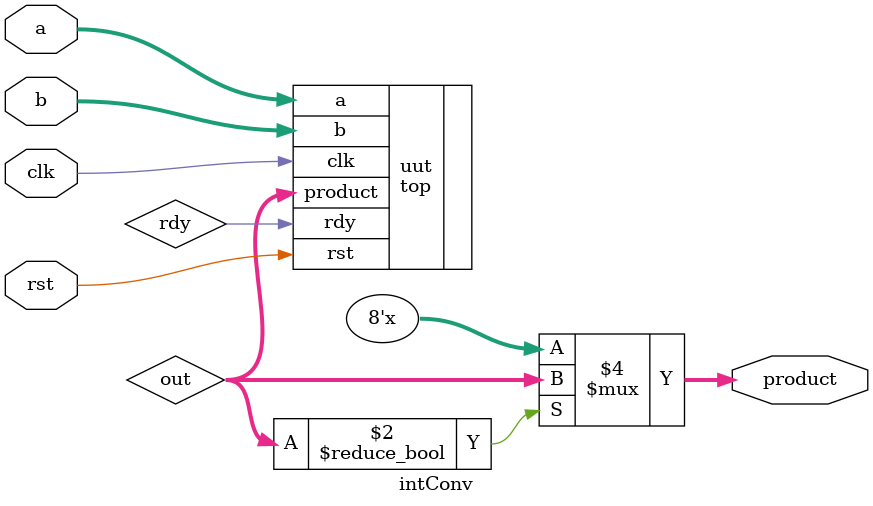
<source format=v>
`timescale 1ns / 1ps


module intConv( a, b, rst, clk, product );

  input [3:0] a = 0, b = 0;
  input rst = 0, clk = 0;
  
  wire rdy;
  wire [7:0] out;
  
  output reg [7:0] product;
  
  top uut (
    .a(a),
    .b(b),
    .product(out),
    .rst(rst),
    .clk(clk),
    .rdy(rdy)
  );
  
  always@(product) begin 
  
  if (out != 0) begin
    product = out;
  end
  
  end
  
  
  


    
endmodule

</source>
